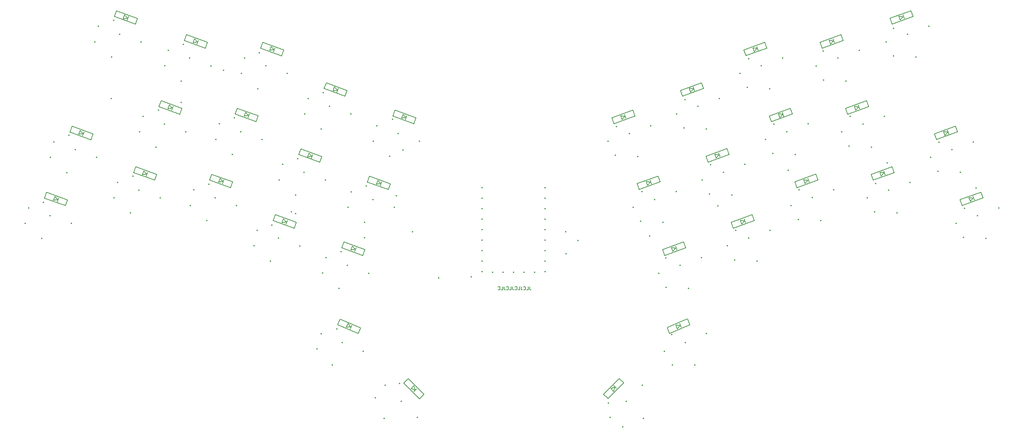
<source format=gbo>
%TF.GenerationSoftware,KiCad,Pcbnew,(6.0.11)*%
%TF.CreationDate,2024-03-25T22:10:57+09:00*%
%TF.ProjectId,gku34,676b7533-342e-46b6-9963-61645f706362,rev?*%
%TF.SameCoordinates,Original*%
%TF.FileFunction,Legend,Bot*%
%TF.FilePolarity,Positive*%
%FSLAX46Y46*%
G04 Gerber Fmt 4.6, Leading zero omitted, Abs format (unit mm)*
G04 Created by KiCad (PCBNEW (6.0.11)) date 2024-03-25 22:10:57*
%MOMM*%
%LPD*%
G01*
G04 APERTURE LIST*
%ADD10C,0.200000*%
%ADD11C,0.150000*%
%ADD12C,0.350000*%
G04 APERTURE END LIST*
D10*
X143395238Y-90221904D02*
X143395238Y-90793333D01*
X143433333Y-90907619D01*
X143509523Y-90983809D01*
X143623809Y-91021904D01*
X143700000Y-91021904D01*
X142633333Y-91021904D02*
X143014285Y-91021904D01*
X143014285Y-90221904D01*
X141909523Y-90945714D02*
X141947619Y-90983809D01*
X142061904Y-91021904D01*
X142138095Y-91021904D01*
X142252380Y-90983809D01*
X142328571Y-90907619D01*
X142366666Y-90831428D01*
X142404761Y-90679047D01*
X142404761Y-90564761D01*
X142366666Y-90412380D01*
X142328571Y-90336190D01*
X142252380Y-90260000D01*
X142138095Y-90221904D01*
X142061904Y-90221904D01*
X141947619Y-90260000D01*
X141909523Y-90298095D01*
X141338095Y-90221904D02*
X141338095Y-90793333D01*
X141376190Y-90907619D01*
X141452380Y-90983809D01*
X141566666Y-91021904D01*
X141642857Y-91021904D01*
X140576190Y-91021904D02*
X140957142Y-91021904D01*
X140957142Y-90221904D01*
X139852380Y-90945714D02*
X139890476Y-90983809D01*
X140004761Y-91021904D01*
X140080952Y-91021904D01*
X140195238Y-90983809D01*
X140271428Y-90907619D01*
X140309523Y-90831428D01*
X140347619Y-90679047D01*
X140347619Y-90564761D01*
X140309523Y-90412380D01*
X140271428Y-90336190D01*
X140195238Y-90260000D01*
X140080952Y-90221904D01*
X140004761Y-90221904D01*
X139890476Y-90260000D01*
X139852380Y-90298095D01*
X139280952Y-90221904D02*
X139280952Y-90793333D01*
X139319047Y-90907619D01*
X139395238Y-90983809D01*
X139509523Y-91021904D01*
X139585714Y-91021904D01*
X138519047Y-91021904D02*
X138900000Y-91021904D01*
X138900000Y-90221904D01*
X137795238Y-90945714D02*
X137833333Y-90983809D01*
X137947619Y-91021904D01*
X138023809Y-91021904D01*
X138138095Y-90983809D01*
X138214285Y-90907619D01*
X138252380Y-90831428D01*
X138290476Y-90679047D01*
X138290476Y-90564761D01*
X138252380Y-90412380D01*
X138214285Y-90336190D01*
X138138095Y-90260000D01*
X138023809Y-90221904D01*
X137947619Y-90221904D01*
X137833333Y-90260000D01*
X137795238Y-90298095D01*
X137223809Y-90221904D02*
X137223809Y-90793333D01*
X137261904Y-90907619D01*
X137338095Y-90983809D01*
X137452380Y-91021904D01*
X137528571Y-91021904D01*
X136461904Y-91021904D02*
X136842857Y-91021904D01*
X136842857Y-90221904D01*
X135738095Y-90945714D02*
X135776190Y-90983809D01*
X135890476Y-91021904D01*
X135966666Y-91021904D01*
X136080952Y-90983809D01*
X136157142Y-90907619D01*
X136195238Y-90831428D01*
X136233333Y-90679047D01*
X136233333Y-90564761D01*
X136195238Y-90412380D01*
X136157142Y-90336190D01*
X136080952Y-90260000D01*
X135966666Y-90221904D01*
X135890476Y-90221904D01*
X135776190Y-90260000D01*
X135738095Y-90298095D01*
D11*
%TO.C,D23*%
X68109144Y-64948836D02*
X68451164Y-64009144D01*
X68451164Y-64009144D02*
X69125877Y-64786808D01*
X66469345Y-63021776D02*
X65956315Y-64431315D01*
X69125877Y-64786808D02*
X68109144Y-64948836D01*
X71030655Y-66278224D02*
X71543685Y-64868685D01*
X69048836Y-65290856D02*
X69390856Y-64351164D01*
X65956315Y-64431315D02*
X71030655Y-66278224D01*
X71543685Y-64868685D02*
X66469345Y-63021776D01*
%TO.C,D28*%
X210061164Y-65250856D02*
X209719144Y-64311164D01*
X210735877Y-64473192D02*
X210061164Y-65250856D01*
X211000856Y-64908836D02*
X210658836Y-63969144D01*
X212640655Y-62981776D02*
X207566315Y-64828685D01*
X213153685Y-64391315D02*
X212640655Y-62981776D01*
X208079345Y-66238224D02*
X213153685Y-64391315D01*
X209719144Y-64311164D02*
X210735877Y-64473192D01*
X207566315Y-64828685D02*
X208079345Y-66238224D01*
%TO.C,D8*%
X198660856Y-32968836D02*
X198318836Y-32029144D01*
X195739345Y-34298224D02*
X200813685Y-32451315D01*
X200300655Y-31041776D02*
X195226315Y-32888685D01*
X197379144Y-32371164D02*
X198395877Y-32533192D01*
X197721164Y-33310856D02*
X197379144Y-32371164D01*
X195226315Y-32888685D02*
X195739345Y-34298224D01*
X198395877Y-32533192D02*
X197721164Y-33310856D01*
X200813685Y-32451315D02*
X200300655Y-31041776D01*
%TO.C,D14*%
X89649144Y-58788836D02*
X89991164Y-57849144D01*
X88009345Y-56861776D02*
X87496315Y-58271315D01*
X90588836Y-59130856D02*
X90930856Y-58191164D01*
X89991164Y-57849144D02*
X90665877Y-58626808D01*
X87496315Y-58271315D02*
X92570655Y-60118224D01*
X93083685Y-58708685D02*
X88009345Y-56861776D01*
X90665877Y-58626808D02*
X89649144Y-58788836D01*
X92570655Y-60118224D02*
X93083685Y-58708685D01*
%TO.C,D5*%
X113425877Y-49246808D02*
X112409144Y-49408836D01*
X115330655Y-50738224D02*
X115843685Y-49328685D01*
X115843685Y-49328685D02*
X110769345Y-47481776D01*
X112751164Y-48469144D02*
X113425877Y-49246808D01*
X113348836Y-49750856D02*
X113690856Y-48811164D01*
X110256315Y-48891315D02*
X115330655Y-50738224D01*
X112409144Y-49408836D02*
X112751164Y-48469144D01*
X110769345Y-47481776D02*
X110256315Y-48891315D01*
%TO.C,D11*%
X37210655Y-54638224D02*
X37723685Y-53228685D01*
X32136315Y-52791315D02*
X37210655Y-54638224D01*
X32649345Y-51381776D02*
X32136315Y-52791315D01*
X35228836Y-53650856D02*
X35570856Y-52711164D01*
X34631164Y-52369144D02*
X35305877Y-53146808D01*
X35305877Y-53146808D02*
X34289144Y-53308836D01*
X37723685Y-53228685D02*
X32649345Y-51381776D01*
X34289144Y-53308836D02*
X34631164Y-52369144D01*
%TO.C,D18*%
X206470655Y-47031776D02*
X201396315Y-48878685D01*
X206983685Y-48441315D02*
X206470655Y-47031776D01*
X204565877Y-48523192D02*
X203891164Y-49300856D01*
X204830856Y-48958836D02*
X204488836Y-48019144D01*
X201396315Y-48878685D02*
X201909345Y-50288224D01*
X203891164Y-49300856D02*
X203549144Y-48361164D01*
X203549144Y-48361164D02*
X204565877Y-48523192D01*
X201909345Y-50288224D02*
X206983685Y-48441315D01*
%TO.C,D27*%
X195335877Y-74293192D02*
X194661164Y-75070856D01*
X192679345Y-76058224D02*
X197753685Y-74211315D01*
X195600856Y-74728836D02*
X195258836Y-73789144D01*
X194661164Y-75070856D02*
X194319144Y-74131164D01*
X197240655Y-72801776D02*
X192166315Y-74648685D01*
X197753685Y-74211315D02*
X197240655Y-72801776D01*
X192166315Y-74648685D02*
X192679345Y-76058224D01*
X194319144Y-74131164D02*
X195335877Y-74293192D01*
%TO.C,D21*%
X29145877Y-69126808D02*
X28129144Y-69288836D01*
X28129144Y-69288836D02*
X28471164Y-68349144D01*
X31050655Y-70618224D02*
X31563685Y-69208685D01*
X26489345Y-67361776D02*
X25976315Y-68771315D01*
X25976315Y-68771315D02*
X31050655Y-70618224D01*
X31563685Y-69208685D02*
X26489345Y-67361776D01*
X29068836Y-69630856D02*
X29410856Y-68691164D01*
X28471164Y-68349144D02*
X29145877Y-69126808D01*
%TO.C,D3*%
X78809345Y-31071776D02*
X78296315Y-32481315D01*
X83370655Y-34328224D02*
X83883685Y-32918685D01*
X78296315Y-32481315D02*
X83370655Y-34328224D01*
X81465877Y-32836808D02*
X80449144Y-32998836D01*
X83883685Y-32918685D02*
X78809345Y-31071776D01*
X81388836Y-33340856D02*
X81730856Y-32401164D01*
X80449144Y-32998836D02*
X80791164Y-32059144D01*
X80791164Y-32059144D02*
X81465877Y-32836808D01*
%TO.C,D30*%
X253123685Y-68751315D02*
X252610655Y-67341776D01*
X249689144Y-68671164D02*
X250705877Y-68833192D01*
X248049345Y-70598224D02*
X253123685Y-68751315D01*
X247536315Y-69188685D02*
X248049345Y-70598224D01*
X250970856Y-69268836D02*
X250628836Y-68329144D01*
X250031164Y-69610856D02*
X249689144Y-68671164D01*
X252610655Y-67341776D02*
X247536315Y-69188685D01*
X250705877Y-68833192D02*
X250031164Y-69610856D01*
%TO.C,D4*%
X98720655Y-44108224D02*
X99233685Y-42698685D01*
X96738836Y-43120856D02*
X97080856Y-42181164D01*
X95799144Y-42778836D02*
X96141164Y-41839144D01*
X93646315Y-42261315D02*
X98720655Y-44108224D01*
X96141164Y-41839144D02*
X96815877Y-42616808D01*
X99233685Y-42698685D02*
X94159345Y-40851776D01*
X94159345Y-40851776D02*
X93646315Y-42261315D01*
X96815877Y-42616808D02*
X95799144Y-42778836D01*
%TO.C,D7*%
X180379345Y-44108224D02*
X185453685Y-42261315D01*
X183300856Y-42778836D02*
X182958836Y-41839144D01*
X185453685Y-42261315D02*
X184940655Y-40851776D01*
X184940655Y-40851776D02*
X179866315Y-42698685D01*
X182019144Y-42181164D02*
X183035877Y-42343192D01*
X183035877Y-42343192D02*
X182361164Y-43120856D01*
X182361164Y-43120856D02*
X182019144Y-42181164D01*
X179866315Y-42698685D02*
X180379345Y-44108224D01*
%TO.C,D32*%
X112930482Y-113561142D02*
X116748858Y-117379518D01*
X114662893Y-114940000D02*
X115370000Y-114232893D01*
X117809518Y-116318858D02*
X113991142Y-112500482D01*
X116748858Y-117379518D02*
X117809518Y-116318858D01*
X115370000Y-114232893D02*
X115652843Y-115222843D01*
X113991142Y-112500482D02*
X112930482Y-113561142D01*
X115370000Y-115647107D02*
X116077107Y-114940000D01*
X115652843Y-115222843D02*
X114662893Y-114940000D01*
%TO.C,D19*%
X223270856Y-47128836D02*
X222928836Y-46189144D01*
X219836315Y-47048685D02*
X220349345Y-48458224D01*
X220349345Y-48458224D02*
X225423685Y-46611315D01*
X223005877Y-46693192D02*
X222331164Y-47470856D01*
X221989144Y-46531164D02*
X223005877Y-46693192D01*
X222331164Y-47470856D02*
X221989144Y-46531164D01*
X225423685Y-46611315D02*
X224910655Y-45201776D01*
X224910655Y-45201776D02*
X219836315Y-47048685D01*
%TO.C,D22*%
X53103685Y-63038685D02*
X48029345Y-61191776D01*
X50608836Y-63460856D02*
X50950856Y-62521164D01*
X52590655Y-64448224D02*
X53103685Y-63038685D01*
X50685877Y-62956808D02*
X49669144Y-63118836D01*
X50011164Y-62179144D02*
X50685877Y-62956808D01*
X47516315Y-62601315D02*
X52590655Y-64448224D01*
X48029345Y-61191776D02*
X47516315Y-62601315D01*
X49669144Y-63118836D02*
X50011164Y-62179144D01*
%TO.C,D12*%
X54199345Y-45201776D02*
X53686315Y-46611315D01*
X56778836Y-47470856D02*
X57120856Y-46531164D01*
X53686315Y-46611315D02*
X58760655Y-48458224D01*
X56855877Y-46966808D02*
X55839144Y-47128836D01*
X58760655Y-48458224D02*
X59273685Y-47048685D01*
X59273685Y-47048685D02*
X54199345Y-45201776D01*
X56181164Y-46189144D02*
X56855877Y-46966808D01*
X55839144Y-47128836D02*
X56181164Y-46189144D01*
%TO.C,D13*%
X77190655Y-50268224D02*
X77703685Y-48858685D01*
X75208836Y-49280856D02*
X75550856Y-48341164D01*
X74269144Y-48938836D02*
X74611164Y-47999144D01*
X72629345Y-47011776D02*
X72116315Y-48421315D01*
X75285877Y-48776808D02*
X74269144Y-48938836D01*
X72116315Y-48421315D02*
X77190655Y-50268224D01*
X74611164Y-47999144D02*
X75285877Y-48776808D01*
X77703685Y-48858685D02*
X72629345Y-47011776D01*
%TO.C,D20*%
X246440655Y-51351776D02*
X241366315Y-53198685D01*
X244800856Y-53278836D02*
X244458836Y-52339144D01*
X244535877Y-52843192D02*
X243861164Y-53620856D01*
X243519144Y-52681164D02*
X244535877Y-52843192D01*
X241879345Y-54608224D02*
X246953685Y-52761315D01*
X241366315Y-53198685D02*
X241879345Y-54608224D01*
X246953685Y-52761315D02*
X246440655Y-51351776D01*
X243861164Y-53620856D02*
X243519144Y-52681164D01*
%TO.C,D17*%
X186539345Y-60088224D02*
X191613685Y-58241315D01*
X188179144Y-58161164D02*
X189195877Y-58323192D01*
X186026315Y-58678685D02*
X186539345Y-60088224D01*
X189460856Y-58758836D02*
X189118836Y-57819144D01*
X191613685Y-58241315D02*
X191100655Y-56831776D01*
X188521164Y-59100856D02*
X188179144Y-58161164D01*
X191100655Y-56831776D02*
X186026315Y-58678685D01*
X189195877Y-58323192D02*
X188521164Y-59100856D01*
%TO.C,D15*%
X104126315Y-64881315D02*
X109200655Y-66728224D01*
X106621164Y-64459144D02*
X107295877Y-65236808D01*
X107218836Y-65740856D02*
X107560856Y-64801164D01*
X106279144Y-65398836D02*
X106621164Y-64459144D01*
X109713685Y-65318685D02*
X104639345Y-63471776D01*
X107295877Y-65236808D02*
X106279144Y-65398836D01*
X109200655Y-66728224D02*
X109713685Y-65318685D01*
X104639345Y-63471776D02*
X104126315Y-64881315D01*
%TO.C,D6*%
X166690856Y-49408836D02*
X166348836Y-48469144D01*
X168843685Y-48891315D02*
X168330655Y-47481776D01*
X163769345Y-50738224D02*
X168843685Y-48891315D01*
X163256315Y-49328685D02*
X163769345Y-50738224D01*
X168330655Y-47481776D02*
X163256315Y-49328685D01*
X166425877Y-48973192D02*
X165751164Y-49750856D01*
X165751164Y-49750856D02*
X165409144Y-48811164D01*
X165409144Y-48811164D02*
X166425877Y-48973192D01*
%TO.C,D9*%
X219283685Y-30631315D02*
X218770655Y-29221776D01*
X213696315Y-31068685D02*
X214209345Y-32478224D01*
X214209345Y-32478224D02*
X219283685Y-30631315D01*
X218770655Y-29221776D02*
X213696315Y-31068685D01*
X216865877Y-30713192D02*
X216191164Y-31490856D01*
X216191164Y-31490856D02*
X215849144Y-30551164D01*
X217130856Y-31148836D02*
X216788836Y-30209144D01*
X215849144Y-30551164D02*
X216865877Y-30713192D01*
%TO.C,D10*%
X231109345Y-26648224D02*
X236183685Y-24801315D01*
X235670655Y-23391776D02*
X230596315Y-25238685D01*
X232749144Y-24721164D02*
X233765877Y-24883192D01*
X233091164Y-25660856D02*
X232749144Y-24721164D01*
X233765877Y-24883192D02*
X233091164Y-25660856D01*
X236183685Y-24801315D02*
X235670655Y-23391776D01*
X234030856Y-25318836D02*
X233688836Y-24379144D01*
X230596315Y-25238685D02*
X231109345Y-26648224D01*
%TO.C,D25*%
X101115877Y-81196808D02*
X100099144Y-81358836D01*
X103020655Y-82688224D02*
X103533685Y-81278685D01*
X100099144Y-81358836D02*
X100441164Y-80419144D01*
X98459345Y-79431776D02*
X97946315Y-80841315D01*
X97946315Y-80841315D02*
X103020655Y-82688224D01*
X100441164Y-80419144D02*
X101115877Y-81196808D01*
X101038836Y-81700856D02*
X101380856Y-80761164D01*
X103533685Y-81278685D02*
X98459345Y-79431776D01*
%TO.C,D29*%
X226519345Y-64438224D02*
X231593685Y-62591315D01*
X231080655Y-61181776D02*
X226006315Y-63028685D01*
X229175877Y-62673192D02*
X228501164Y-63450856D01*
X228159144Y-62511164D02*
X229175877Y-62673192D01*
X229440856Y-63108836D02*
X229098836Y-62169144D01*
X226006315Y-63028685D02*
X226519345Y-64438224D01*
X228501164Y-63450856D02*
X228159144Y-62511164D01*
X231593685Y-62591315D02*
X231080655Y-61181776D01*
%TO.C,D33*%
X162331142Y-117349518D02*
X166149518Y-113531142D01*
X161270482Y-116288858D02*
X162331142Y-117349518D01*
X163002893Y-114910000D02*
X163992843Y-114627157D01*
X163710000Y-115617107D02*
X163002893Y-114910000D01*
X163992843Y-114627157D02*
X163710000Y-115617107D01*
X165088858Y-112470482D02*
X161270482Y-116288858D01*
X166149518Y-113531142D02*
X165088858Y-112470482D01*
X164417107Y-114910000D02*
X163710000Y-114202893D01*
%TO.C,D26*%
X176079345Y-82668224D02*
X181153685Y-80821315D01*
X181153685Y-80821315D02*
X180640655Y-79411776D01*
X180640655Y-79411776D02*
X175566315Y-81258685D01*
X177719144Y-80741164D02*
X178735877Y-80903192D01*
X175566315Y-81258685D02*
X176079345Y-82668224D01*
X179000856Y-81338836D02*
X178658836Y-80399144D01*
X178061164Y-81680856D02*
X177719144Y-80741164D01*
X178735877Y-80903192D02*
X178061164Y-81680856D01*
%TO.C,D31*%
X101882315Y-101565353D02*
X102468411Y-100184595D01*
X99954887Y-100475618D02*
X100345618Y-99555113D01*
X99425113Y-99164382D02*
X100058202Y-99976292D01*
X97497685Y-98074647D02*
X96911589Y-99455405D01*
X99034382Y-100084887D02*
X99425113Y-99164382D01*
X100058202Y-99976292D02*
X99034382Y-100084887D01*
X96911589Y-99455405D02*
X101882315Y-101565353D01*
X102468411Y-100184595D02*
X97497685Y-98074647D01*
%TO.C,D34*%
X181612315Y-98054647D02*
X176641589Y-100164595D01*
X176641589Y-100164595D02*
X177227685Y-101545353D01*
X182198411Y-99435405D02*
X181612315Y-98054647D01*
X179788202Y-99643708D02*
X179155113Y-100455618D01*
X179155113Y-100455618D02*
X178764382Y-99535113D01*
X180075618Y-100064887D02*
X179684887Y-99144382D01*
X178764382Y-99535113D02*
X179788202Y-99643708D01*
X177227685Y-101545353D02*
X182198411Y-99435405D01*
%TO.C,D1*%
X45381164Y-24399144D02*
X46055877Y-25176808D01*
X45039144Y-25338836D02*
X45381164Y-24399144D01*
X45978836Y-25680856D02*
X46320856Y-24741164D01*
X42886315Y-24821315D02*
X47960655Y-26668224D01*
X46055877Y-25176808D02*
X45039144Y-25338836D01*
X47960655Y-26668224D02*
X48473685Y-25258685D01*
X43399345Y-23411776D02*
X42886315Y-24821315D01*
X48473685Y-25258685D02*
X43399345Y-23411776D01*
%TO.C,D2*%
X62898836Y-31490856D02*
X63240856Y-30551164D01*
X62301164Y-30209144D02*
X62975877Y-30986808D01*
X59806315Y-30631315D02*
X64880655Y-32478224D01*
X62975877Y-30986808D02*
X61959144Y-31148836D01*
X65393685Y-31068685D02*
X60319345Y-29221776D01*
X64880655Y-32478224D02*
X65393685Y-31068685D01*
X61959144Y-31148836D02*
X62301164Y-30209144D01*
X60319345Y-29221776D02*
X59806315Y-30631315D01*
%TO.C,D16*%
X172840856Y-65368836D02*
X172498836Y-64429144D01*
X169919345Y-66698224D02*
X174993685Y-64851315D01*
X172575877Y-64933192D02*
X171901164Y-65710856D01*
X169406315Y-65288685D02*
X169919345Y-66698224D01*
X171901164Y-65710856D02*
X171559144Y-64771164D01*
X171559144Y-64771164D02*
X172575877Y-64933192D01*
X174993685Y-64851315D02*
X174480655Y-63441776D01*
X174480655Y-63441776D02*
X169406315Y-65288685D01*
%TO.C,D24*%
X86913685Y-74668685D02*
X81839345Y-72821776D01*
X81839345Y-72821776D02*
X81326315Y-74231315D01*
X83479144Y-74748836D02*
X83821164Y-73809144D01*
X81326315Y-74231315D02*
X86400655Y-76078224D01*
X83821164Y-73809144D02*
X84495877Y-74586808D01*
X84418836Y-75090856D02*
X84760856Y-74151164D01*
X86400655Y-76078224D02*
X86913685Y-74668685D01*
X84495877Y-74586808D02*
X83479144Y-74748836D01*
%TD*%
D12*
X152100000Y-76900000D03*
X251426492Y-66373508D03*
X229934037Y-60225527D03*
X206000000Y-62000000D03*
X188900000Y-70700000D03*
X162469744Y-118458170D03*
X177786104Y-101813896D03*
X176300000Y-83300000D03*
X193292046Y-76607954D03*
X208600000Y-66800000D03*
X227132046Y-65267954D03*
X248662046Y-71237954D03*
X170532046Y-67232046D03*
X187152046Y-60647954D03*
X202500000Y-50900000D03*
X220962046Y-49037954D03*
X242492046Y-55307954D03*
X231451213Y-27648787D03*
X214400000Y-33200000D03*
X196352046Y-35047954D03*
X180992046Y-44907954D03*
X164382046Y-51417954D03*
X111130868Y-68250000D03*
X42100000Y-44700000D03*
X59100000Y-45600000D03*
X103400000Y-78400000D03*
X85700000Y-72100000D03*
X86772081Y-72527919D03*
X111915115Y-113684885D03*
X96709439Y-100509439D03*
X97762480Y-81762480D03*
X80997480Y-75297480D03*
X65712480Y-65412480D03*
X47377480Y-63477480D03*
X25692480Y-69792480D03*
X31900000Y-53600000D03*
X53517480Y-47517480D03*
X71937480Y-49337480D03*
X87252480Y-59252480D03*
X103872480Y-65872480D03*
X110192480Y-49692480D03*
X93422480Y-43222480D03*
X77957480Y-33557480D03*
X59587480Y-31587480D03*
X42722480Y-25722480D03*
X129260000Y-87830000D03*
X155060000Y-79028919D03*
X152170000Y-82260000D03*
X121412000Y-88138000D03*
X69342000Y-37846000D03*
X112776000Y-57150000D03*
X115062000Y-76962000D03*
X172466000Y-77978000D03*
X218928534Y-52768704D03*
X224096843Y-50887593D03*
X229265152Y-49006482D03*
X226114762Y-56431779D03*
X220698056Y-56168526D03*
X170639087Y-114080913D03*
X162860913Y-121859087D03*
X166750000Y-117970000D03*
X170921930Y-122141930D03*
X165901472Y-124192540D03*
X99243157Y-85097593D03*
X94074848Y-83216482D03*
X104411466Y-86978704D03*
X97225238Y-90641779D03*
X93245017Y-86958324D03*
X82630000Y-78500000D03*
X77461691Y-76618889D03*
X87798309Y-80381111D03*
X80612081Y-84044186D03*
X76631860Y-80360731D03*
X54980000Y-50870000D03*
X60148309Y-52751111D03*
X49811691Y-48988889D03*
X52962081Y-56414186D03*
X48981860Y-52730731D03*
X44190000Y-29080000D03*
X39021691Y-27198889D03*
X49358309Y-30961111D03*
X42172081Y-34624186D03*
X38191860Y-30940731D03*
X204645152Y-34846482D03*
X199476843Y-36727593D03*
X194308534Y-38608704D03*
X201494762Y-42271779D03*
X196078056Y-42008526D03*
X72428309Y-70571111D03*
X62091691Y-66808889D03*
X67260000Y-68690000D03*
X65242081Y-74234186D03*
X61261860Y-70550731D03*
X147125000Y-66245000D03*
X147125000Y-68785000D03*
X147125000Y-71325000D03*
X147125000Y-73865000D03*
X147125000Y-76405000D03*
X147125000Y-78945000D03*
X147125000Y-81485000D03*
X147125000Y-84025000D03*
X147125000Y-86565000D03*
X144585000Y-86775000D03*
X142045000Y-86775000D03*
X139505000Y-86775000D03*
X136965000Y-86775000D03*
X134425000Y-86775000D03*
X131885000Y-86565000D03*
X131885000Y-84025000D03*
X131885000Y-81485000D03*
X131885000Y-78945000D03*
X131885000Y-76405000D03*
X131885000Y-73865000D03*
X131885000Y-71325000D03*
X131885000Y-68785000D03*
X131885000Y-66245000D03*
X68251691Y-50808889D03*
X78588309Y-54571111D03*
X73420000Y-52690000D03*
X71402081Y-58234186D03*
X67421860Y-54550731D03*
X116728309Y-55031111D03*
X106391691Y-51268889D03*
X111560000Y-53150000D03*
X109542081Y-58694186D03*
X105561860Y-55010731D03*
X223108309Y-33018889D03*
X217940000Y-34900000D03*
X212771691Y-36781111D03*
X219957919Y-40444186D03*
X214541213Y-40180933D03*
X43641691Y-64978889D03*
X53978309Y-68741111D03*
X48810000Y-66860000D03*
X46792081Y-72404186D03*
X42811860Y-68720731D03*
X110588309Y-71021111D03*
X100251691Y-67258889D03*
X105420000Y-69140000D03*
X103402081Y-74684186D03*
X99421860Y-71000731D03*
X234850000Y-29080000D03*
X240018309Y-27198889D03*
X229681691Y-30961111D03*
X236867919Y-34624186D03*
X231451213Y-34360933D03*
X55944848Y-33016482D03*
X66281466Y-36778704D03*
X61113157Y-34897593D03*
X59095238Y-40441779D03*
X55115017Y-36758324D03*
X196410000Y-78480000D03*
X191241691Y-80361111D03*
X201578309Y-76598889D03*
X198427919Y-84024186D03*
X193011213Y-83760933D03*
X251786843Y-73027593D03*
X256955152Y-71146482D03*
X246618534Y-74908704D03*
X253804762Y-78571779D03*
X248388056Y-78308526D03*
X235418309Y-64978889D03*
X230250000Y-66860000D03*
X225081691Y-68741111D03*
X232267919Y-72404186D03*
X226851213Y-72140933D03*
X210810000Y-50820000D03*
X205641691Y-52701111D03*
X200473382Y-54582222D03*
X207659610Y-58245297D03*
X202242904Y-57982044D03*
X189285152Y-44656482D03*
X184116843Y-46537593D03*
X178948534Y-48418704D03*
X186134762Y-52081779D03*
X180718056Y-51818526D03*
X27280000Y-73030000D03*
X22111691Y-71148889D03*
X32448309Y-74911111D03*
X25262081Y-78574186D03*
X21281860Y-74890731D03*
X211810000Y-68670000D03*
X206641691Y-70551111D03*
X216978309Y-66788889D03*
X213827919Y-74214186D03*
X208411213Y-73950933D03*
X178825152Y-67246482D03*
X168488534Y-71008704D03*
X173656843Y-69127593D03*
X175674762Y-74671779D03*
X170258056Y-74408526D03*
X108420913Y-114080913D03*
X112310000Y-117970000D03*
X116199087Y-121859087D03*
X108138070Y-122141930D03*
X106087460Y-117121472D03*
X92921963Y-101628156D03*
X97984740Y-103777177D03*
X103047517Y-105926198D03*
X95679426Y-109208156D03*
X91897437Y-105321440D03*
X172665152Y-51276482D03*
X162328534Y-55038704D03*
X167496843Y-53157593D03*
X169514762Y-58701779D03*
X164098056Y-58438526D03*
X88790000Y-62520000D03*
X83621691Y-60638889D03*
X93958309Y-64401111D03*
X86772081Y-68064186D03*
X82791860Y-64380731D03*
X176017223Y-105919021D03*
X181080000Y-103770000D03*
X186142777Y-101620979D03*
X183385314Y-109200979D03*
X177962254Y-109221574D03*
X190270000Y-62510000D03*
X195438309Y-60628889D03*
X185101691Y-64391111D03*
X192287919Y-68054186D03*
X186871213Y-67790933D03*
X79590000Y-36740000D03*
X74421691Y-34858889D03*
X84758309Y-38621111D03*
X77572081Y-42284186D03*
X73591860Y-38600731D03*
X184985152Y-83216482D03*
X174648534Y-86978704D03*
X179816843Y-85097593D03*
X181834762Y-90641779D03*
X176418056Y-90378526D03*
X245616843Y-57037593D03*
X240448534Y-58918704D03*
X250785152Y-55156482D03*
X247634762Y-62581779D03*
X242218056Y-62318526D03*
X100118309Y-48411111D03*
X94950000Y-46530000D03*
X89781691Y-44648889D03*
X92932081Y-52074186D03*
X88951860Y-48390731D03*
X28264848Y-55166482D03*
X38601466Y-58928704D03*
X33433157Y-57047593D03*
X31415238Y-62591779D03*
X27435017Y-58908324D03*
M02*

</source>
